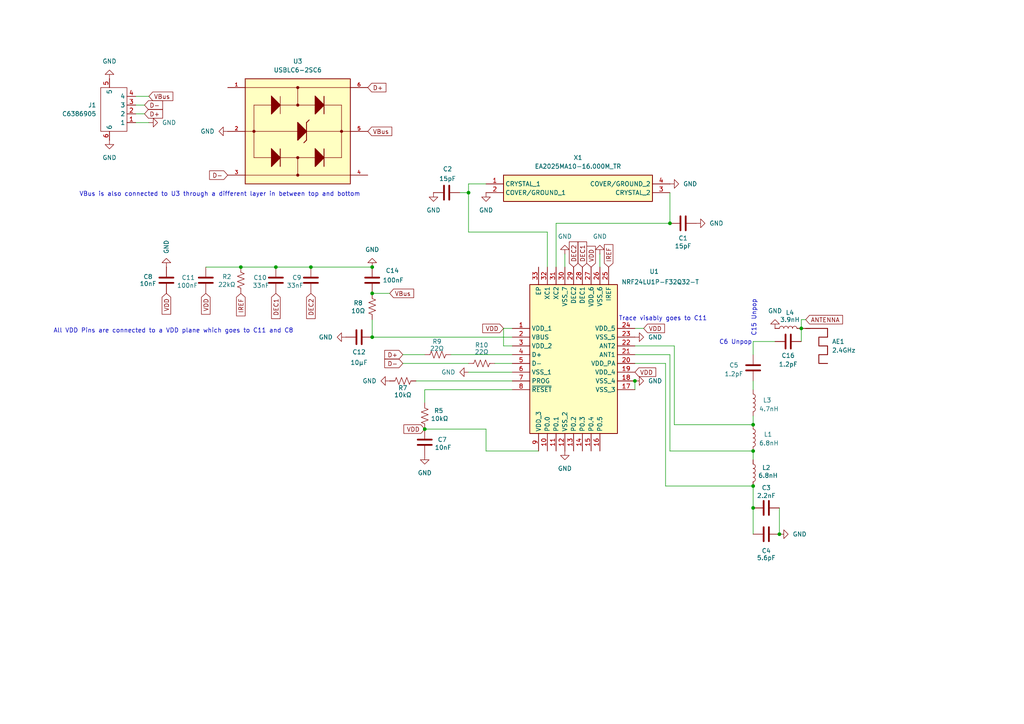
<source format=kicad_sch>
(kicad_sch (version 20231120) (generator "eeschema") (generator_version "8.0")
  (paper "A4")
  (title_block (title "Lambda Dongle") (date "2025-06-16") (rev "REV-1.0") (comment 1 "Reverse engineered from existing dongle while relying on the datasheet."))
  (lib_symbols
    (symbol "Device:Antenna" (pin_numbers hide) (pin_names (offset 1.016) hide)
      (property "Reference" "AE1" (at 9.906 -3.048 0))
      (property "Value" "Antenna" (at 8.382 -6.35 0))
      (symbol "Antenna_0_1"
        (polyline (pts (xy 7.62 0) (xy 1.27 0)) (stroke (width 0.254)))
        (polyline (pts (xy 7.62 0) (xy 7.62 -2.54) (xy 5.08 -2.54) (xy 5.08 -5.08) (xy 7.62 -5.08) (xy 7.62 -7.62) (xy 5.08 -7.62) (xy 5.08 -10.16) (xy 7.62 -10.16)) (stroke (width 0.254)))
      )
      (symbol "Antenna_1_1"
        (pin input line (at 0 0 0) (length 2.54) (name "A") (number "1"))
      )
    )
    (symbol "Device:C" (pin_numbers hide) (pin_names (offset 0.254))
      (property "Reference" "C" (at 0.635 2.54 0))
      (property "Value" "C" (at 0.635 -2.54 0))
      (symbol "C_0_1"
        (polyline (pts (xy -2.032 -0.762) (xy 2.032 -0.762)) (stroke (width 0.508)))
        (polyline (pts (xy -2.032 0.762) (xy 2.032 0.762)) (stroke (width 0.508)))
      )
      (symbol "C_1_1"
        (pin passive line (at 0 3.81 270) (length 2.794) (name "~") (number "1"))
        (pin passive line (at 0 -3.81 90) (length 2.794) (name "~") (number "2"))
      )
    )
    (symbol "Device:L" (pin_numbers hide) (pin_names (offset 1.016) hide)
      (property "Reference" "L" (at -1.27 0 90))
      (property "Value" "L" (at 1.905 0 90))
      (symbol "L_0_1"
        (arc (start 0 -2.54) (mid 0.6323 -1.905) (end 0 -1.27))
        (arc (start 0 -1.27) (mid 0.6323 -0.635) (end 0 0))
        (arc (start 0 0) (mid 0.6323 0.635) (end 0 1.27))
        (arc (start 0 1.27) (mid 0.6323 1.905) (end 0 2.54))
      )
      (symbol "L_1_1"
        (pin passive line (at 0 3.81 270) (length 1.27) (name "1") (number "1"))
        (pin passive line (at 0 -3.81 90) (length 1.27) (name "2") (number "2"))
      )
    )
    (symbol "Device:R_US" (pin_numbers hide) (pin_names (offset 0))
      (property "Reference" "R" (at 2.54 0 90))
      (property "Value" "R_US" (at -2.54 0 90))
      (symbol "R_US_0_1"
        (polyline (pts (xy 0 -2.286) (xy 0 -2.54)))
        (polyline (pts (xy 0 2.286) (xy 0 2.54)))
        (polyline (pts (xy 0 -0.762) (xy 1.016 -1.143) (xy 0 -1.524) (xy -1.016 -1.905) (xy 0 -2.286)))
        (polyline (pts (xy 0 0.762) (xy 1.016 0.381) (xy 0 0) (xy -1.016 -0.381) (xy 0 -0.762)))
        (polyline (pts (xy 0 2.286) (xy 1.016 1.905) (xy 0 1.524) (xy -1.016 1.143) (xy 0 0.762)))
      )
      (symbol "R_US_1_1"
        (pin passive line (at 0 3.81 270) (length 1.27) (name "~") (number "1"))
        (pin passive line (at 0 -3.81 90) (length 1.27) (name "~") (number "2"))
      )
    )
    (symbol "power:GND" (power) (pin_numbers hide) (pin_names (offset 0) hide)
      (property "Value" "GND" (at 0 -3.81 0))
      (symbol "GND_0_1"
        (polyline (pts (xy 0 0) (xy 0 -1.27) (xy 1.27 -1.27) (xy 0 -2.54) (xy -1.27 -1.27) (xy 0 -1.27)))
      )
      (symbol "GND_1_1"
        (pin power_in line (at 0 0 270) (length 0) (name "~") (number "1"))
      )
    )
    (symbol "steam_dongle:AM_90°YC"
      (property "Reference" "J" (at -5.334 0.254 0))
      (property "Value" " C6386905" (at 16.764 -25.654 0))
      (symbol "AM_90°YC_0_1"
        (rectangle (start -5.08 -2.54) (end 2.54 -15.24))
      )
      (symbol "AM_90°YC_1_1"
        (text private "AM 90°YC - USB-A 2.0" (at -0.762 -25.4 0) (effects (font (size 1.27 1.27))))
        (text private "https://jlcpcb.com/partdetail/SHOUHAN-AM_90YC/C6386905" (at 0.762 -28.448 0) (effects (font (size 1.27 1.27))))
        (pin input line (at -7.62 -5.08 0) (length 2.54) (name "1") (number "1"))
        (pin input line (at -7.62 -7.62 0) (length 2.54) (name "2") (number "2"))
        (pin input line (at -7.62 -10.16 0) (length 2.54) (name "3") (number "3"))
        (pin input line (at -7.62 -12.7 0) (length 2.54) (name "4") (number "4"))
        (pin input line (at 0 -17.78 90) (length 2.54) (name "5") (number "5"))
        (pin input line (at 0 0 270) (length 2.54) (name "6") (number "6"))
      )
    )
    (symbol "steam_dongle:EA2025MA10-16.000M_TR"
      (property "Reference" "X" (at 49.53 7.62 0))
      (property "Value" "EA2025MA10-16.000M_TR" (at 49.53 5.08 0))
      (symbol "EA2025MA10-16.000M_TR_1_1"
        (rectangle (start 5.08 2.54) (end 48.26 -5.08) (stroke (width 0.254)) (fill (type background)))
        (pin passive line (at 0 0 0) (length 5.08) (name "CRYSTAL_1") (number "1"))
        (pin passive line (at 0 -2.54 0) (length 5.08) (name "COVER/GROUND_1") (number "2"))
        (pin passive line (at 53.34 -2.54 180) (length 5.08) (name "CRYSTAL_2") (number "3"))
        (pin passive line (at 53.34 0 180) (length 5.08) (name "COVER/GROUND_2") (number "4"))
      )
    )
    (symbol "steam_dongle:NRF24LU1P-F32Q32-T"
      (property "Reference" "IC" (at 31.75 17.78 0))
      (property "Value" "NRF24LU1P-F32Q32-T" (at 31.75 15.24 0))
      (symbol "NRF24LU1P-F32Q32-T_1_1"
        (rectangle (start 5.08 12.7) (end 30.48 -30.48) (stroke (width 0.254)) (fill (type background)))
        (pin passive line (at 0 0 0) (length 5.08) (name "VDD_1") (number "1"))
        (pin passive line (at 10.16 -35.56 90) (length 5.08) (name "P0.0") (number "10"))
        (pin passive line (at 12.7 -35.56 90) (length 5.08) (name "P0.1") (number "11"))
        (pin passive line (at 15.24 -35.56 90) (length 5.08) (name "VSS_2") (number "12"))
        (pin passive line (at 17.78 -35.56 90) (length 5.08) (name "P0.2") (number "13"))
        (pin passive line (at 20.32 -35.56 90) (length 5.08) (name "P0.3") (number "14"))
        (pin passive line (at 22.86 -35.56 90) (length 5.08) (name "P0.4") (number "15"))
        (pin passive line (at 25.4 -35.56 90) (length 5.08) (name "P0.5") (number "16"))
        (pin passive line (at 35.56 -17.78 180) (length 5.08) (name "VSS_3") (number "17"))
        (pin passive line (at 35.56 -15.24 180) (length 5.08) (name "VSS_4") (number "18"))
        (pin passive line (at 35.56 -12.7 180) (length 5.08) (name "VDD_4") (number "19"))
        (pin passive line (at 0 -2.54 0) (length 5.08) (name "VBUS") (number "2"))
        (pin passive line (at 35.56 -10.16 180) (length 5.08) (name "VDD_PA") (number "20"))
        (pin passive line (at 35.56 -7.62 180) (length 5.08) (name "ANT1") (number "21"))
        (pin passive line (at 35.56 -5.08 180) (length 5.08) (name "ANT2") (number "22"))
        (pin passive line (at 35.56 -2.54 180) (length 5.08) (name "VSS_5") (number "23"))
        (pin passive line (at 35.56 0 180) (length 5.08) (name "VDD_5") (number "24"))
        (pin passive line (at 27.94 17.78 270) (length 5.08) (name "IREF") (number "25"))
        (pin passive line (at 25.4 17.78 270) (length 5.08) (name "VSS_6") (number "26"))
        (pin passive line (at 22.86 17.78 270) (length 5.08) (name "VDD_6") (number "27"))
        (pin passive line (at 20.32 17.78 270) (length 5.08) (name "DEC1") (number "28"))
        (pin passive line (at 17.78 17.78 270) (length 5.08) (name "DEC2") (number "29"))
        (pin passive line (at 0 -5.08 0) (length 5.08) (name "VDD_2") (number "3"))
        (pin passive line (at 15.24 17.78 270) (length 5.08) (name "VSS_7") (number "30"))
        (pin passive line (at 12.7 17.78 270) (length 5.08) (name "XC2") (number "31"))
        (pin passive line (at 10.16 17.78 270) (length 5.08) (name "XC1") (number "32"))
        (pin passive line (at 7.62 17.78 270) (length 5.08) (name "EP") (number "33"))
        (pin passive line (at 0 -7.62 0) (length 5.08) (name "D+") (number "4"))
        (pin passive line (at 0 -10.16 0) (length 5.08) (name "D-") (number "5"))
        (pin passive line (at 0 -12.7 0) (length 5.08) (name "VSS_1") (number "6"))
        (pin passive line (at 0 -15.24 0) (length 5.08) (name "PROG") (number "7"))
        (pin passive line (at 0 -17.78 0) (length 5.08) (name "~{RESET}") (number "8"))
        (pin passive line (at 7.62 -35.56 90) (length 5.08) (name "VDD_3") (number "9"))
      )
    )
    (symbol "steam_dongle:USBLC6-2SC6" (pin_names (offset 1.016))
      (property "Reference" "U" (at -15.2693 17.8093 0))
      (property "Value" "USBLC6-2SC6" (at -15.2559 -17.7959 0))
      (symbol "USBLC6-2SC6_0_0"
        (rectangle (start -15.24 -15.24) (end 15.24 15.24) (stroke (width 0.254)) (fill (type background)))
        (circle (center -12.7 0) (radius 0.254) (stroke (width 0.381)))
        (circle (center 0 -12.7) (radius 0.254) (stroke (width 0.381)))
        (circle (center 0 -7.62) (radius 0.254) (stroke (width 0.381)))
        (polyline (pts (xy -15.24 -12.7) (xy 15.24 -12.7)) (stroke (width 0.1524)))
        (polyline (pts (xy -15.24 12.7) (xy 15.24 12.7)) (stroke (width 0.1524)))
        (polyline (pts (xy -12.7 -7.62) (xy -7.62 -7.62)) (stroke (width 0.1524)))
        (polyline (pts (xy -12.7 0) (xy -15.24 0)) (stroke (width 0.1524)))
        (polyline (pts (xy -12.7 0) (xy -12.7 -7.62)) (stroke (width 0.1524)))
        (polyline (pts (xy -12.7 0) (xy 0 0)) (stroke (width 0.1524)))
        (polyline (pts (xy -12.7 7.62) (xy -12.7 0)) (stroke (width 0.1524)))
        (polyline (pts (xy -12.7 7.62) (xy -7.62 7.62)) (stroke (width 0.1524)))
        (polyline (pts (xy -7.62 -10.16) (xy -7.62 -7.62)) (stroke (width 0.254)))
        (polyline (pts (xy -7.62 -7.62) (xy -7.62 -5.08)) (stroke (width 0.254)))
        (polyline (pts (xy -7.62 -5.08) (xy -5.08 -7.62)) (stroke (width 0.254)))
        (polyline (pts (xy -7.62 5.08) (xy -7.62 7.62)) (stroke (width 0.254)))
        (polyline (pts (xy -7.62 7.62) (xy -7.62 10.16)) (stroke (width 0.254)))
        (polyline (pts (xy -7.62 10.16) (xy -5.08 7.62)) (stroke (width 0.254)))
        (polyline (pts (xy -5.08 -7.62) (xy -7.62 -10.16)) (stroke (width 0.254)))
        (polyline (pts (xy -5.08 -7.62) (xy -5.08 -10.16)) (stroke (width 0.254)))
        (polyline (pts (xy -5.08 -7.62) (xy 0 -7.62)) (stroke (width 0.1524)))
        (polyline (pts (xy -5.08 -5.08) (xy -5.08 -7.62)) (stroke (width 0.254)))
        (polyline (pts (xy -5.08 7.62) (xy -7.62 5.08)) (stroke (width 0.254)))
        (polyline (pts (xy -5.08 7.62) (xy -5.08 5.08)) (stroke (width 0.1524)))
        (polyline (pts (xy -5.08 7.62) (xy 0 7.62)) (stroke (width 0.1524)))
        (polyline (pts (xy -5.08 10.16) (xy -5.08 7.62)) (stroke (width 0.1524)))
        (polyline (pts (xy 0 -7.62) (xy 0 -12.7)) (stroke (width 0.1524)))
        (polyline (pts (xy 0 -7.62) (xy 5.08 -7.62)) (stroke (width 0.1524)))
        (polyline (pts (xy 0 -2.54) (xy 0 0)) (stroke (width 0.254)))
        (polyline (pts (xy 0 0) (xy 0 2.54)) (stroke (width 0.254)))
        (polyline (pts (xy 0 2.54) (xy 2.54 0)) (stroke (width 0.254)))
        (polyline (pts (xy 0 7.62) (xy 0 12.7)) (stroke (width 0.1524)))
        (polyline (pts (xy 0 7.62) (xy 5.08 7.62)) (stroke (width 0.1524)))
        (polyline (pts (xy 2.54 -2.54) (xy 1.778 -3.302)) (stroke (width 0.254)))
        (polyline (pts (xy 2.54 0) (xy 0 -2.54)) (stroke (width 0.254)))
        (polyline (pts (xy 2.54 0) (xy 12.7 0)) (stroke (width 0.1524)))
        (polyline (pts (xy 2.54 2.54) (xy 2.54 -2.54)) (stroke (width 0.254)))
        (polyline (pts (xy 2.54 2.54) (xy 3.302 3.302)) (stroke (width 0.254)))
        (polyline (pts (xy 5.08 -10.16) (xy 5.08 -7.62)) (stroke (width 0.254)))
        (polyline (pts (xy 5.08 -7.62) (xy 5.08 -5.08)) (stroke (width 0.254)))
        (polyline (pts (xy 5.08 -5.08) (xy 7.62 -7.62)) (stroke (width 0.254)))
        (polyline (pts (xy 5.08 5.08) (xy 5.08 7.62)) (stroke (width 0.254)))
        (polyline (pts (xy 5.08 7.62) (xy 5.08 10.16)) (stroke (width 0.254)))
        (polyline (pts (xy 5.08 10.16) (xy 7.62 7.62)) (stroke (width 0.254)))
        (polyline (pts (xy 7.62 -7.62) (xy 5.08 -10.16)) (stroke (width 0.254)))
        (polyline (pts (xy 7.62 -7.62) (xy 7.62 -10.16)) (stroke (width 0.254)))
        (polyline (pts (xy 7.62 -7.62) (xy 12.7 -7.62)) (stroke (width 0.1524)))
        (polyline (pts (xy 7.62 -5.08) (xy 7.62 -7.62)) (stroke (width 0.254)))
        (polyline (pts (xy 7.62 7.62) (xy 5.08 5.08)) (stroke (width 0.254)))
        (polyline (pts (xy 7.62 7.62) (xy 7.62 5.08)) (stroke (width 0.254)))
        (polyline (pts (xy 7.62 7.62) (xy 12.7 7.62)) (stroke (width 0.1524)))
        (polyline (pts (xy 7.62 10.16) (xy 7.62 7.62)) (stroke (width 0.254)))
        (polyline (pts (xy 12.7 0) (xy 12.7 -7.62)) (stroke (width 0.1524)))
        (polyline (pts (xy 12.7 0) (xy 15.24 0)) (stroke (width 0.1524)))
        (polyline (pts (xy 12.7 7.62) (xy 12.7 0)) (stroke (width 0.1524)))
        (polyline (pts (xy -7.62 -5.08) (xy -7.62 -10.16) (xy -5.08 -7.62) (xy -7.62 -5.08)) (stroke (width 0.254)) (fill (type outline)))
        (polyline (pts (xy -7.62 10.16) (xy -7.62 5.08) (xy -5.08 7.62) (xy -7.62 10.16)) (stroke (width 0.254)) (fill (type outline)))
        (polyline (pts (xy 0 2.54) (xy 0 -2.54) (xy 2.54 0) (xy 0 2.54)) (stroke (width 0.254)) (fill (type outline)))
        (polyline (pts (xy 5.08 -5.08) (xy 5.08 -10.16) (xy 7.62 -7.62) (xy 5.08 -5.08)) (stroke (width 0.254)) (fill (type outline)))
        (polyline (pts (xy 5.08 10.16) (xy 5.08 5.08) (xy 7.62 7.62) (xy 5.08 10.16)) (stroke (width 0.254)) (fill (type outline)))
        (circle (center 0 7.62) (radius 0.254) (stroke (width 0.381)))
        (circle (center 0 12.7) (radius 0.254) (stroke (width 0.381)))
        (circle (center 12.7 0) (radius 0.254) (stroke (width 0.381)))
        (pin bidirectional line (at -20.32 12.7 0) (length 5.08) (name "~") (number "1"))
        (pin power_in line (at -20.32 0 0) (length 5.08) (name "~") (number "2"))
        (pin bidirectional line (at -20.32 -12.7 0) (length 5.08) (name "~") (number "3"))
        (pin bidirectional line (at 20.32 -12.7 180) (length 5.08) (name "~") (number "4"))
        (pin power_in line (at 20.32 0 180) (length 5.08) (name "~") (number "5"))
        (pin bidirectional line (at 20.32 12.7 180) (length 5.08) (name "~") (number "6"))
      )
    )
  )
  (junction (at 232.41 95.25))
  (junction (at 218.44 147.32))
  (junction (at 226.06 154.94))
  (junction (at 107.95 85.09))
  (junction (at 218.44 123.19))
  (junction (at 123.19 124.46))
  (junction (at 107.95 97.79))
  (junction (at 80.01 77.47))
  (junction (at 90.17 77.47))
  (junction (at 218.44 140.97))
  (junction (at 218.44 130.81))
  (junction (at 194.31 64.77))
  (junction (at 69.85 77.47))
  (junction (at 107.95 77.47))
  (junction (at 135.89 55.88))
  (junction (at 184.15 110.49))
  (wire (pts (xy 39.37 30.48) (xy 41.91 30.48)))
  (wire (pts (xy 146.05 95.25) (xy 148.59 95.25)))
  (wire (pts (xy 39.37 35.56) (xy 43.18 35.56)))
  (wire (pts (xy 143.51 105.41) (xy 148.59 105.41)))
  (wire (pts (xy 184.15 100.33) (xy 195.58 100.33)))
  (wire (pts (xy 218.44 120.65) (xy 218.44 123.19)))
  (wire (pts (xy 195.58 123.19) (xy 218.44 123.19)))
  (wire (pts (xy 193.04 140.97) (xy 218.44 140.97)))
  (wire (pts (xy 107.95 92.71) (xy 107.95 97.79)))
  (wire (pts (xy 218.44 147.32) (xy 218.44 154.94)))
  (wire (pts (xy 226.06 147.32) (xy 226.06 154.94)))
  (wire (pts (xy 130.81 102.87) (xy 148.59 102.87)))
  (wire (pts (xy 120.65 110.49) (xy 148.59 110.49)))
  (wire (pts (xy 39.37 33.02) (xy 41.91 33.02)))
  (wire (pts (xy 135.89 53.34) (xy 140.97 53.34)))
  (wire (pts (xy 218.44 99.06) (xy 218.44 102.87)))
  (wire (pts (xy 158.75 67.31) (xy 135.89 67.31)))
  (wire (pts (xy 218.44 110.49) (xy 218.44 113.03)))
  (wire (pts (xy 107.95 97.79) (xy 148.59 97.79)))
  (wire (pts (xy 184.15 110.49) (xy 184.15 113.03)))
  (wire (pts (xy 163.83 73.66) (xy 163.83 77.47)))
  (wire (pts (xy 135.89 107.95) (xy 148.59 107.95)))
  (wire (pts (xy 148.59 100.33) (xy 146.05 100.33)))
  (wire (pts (xy 194.31 55.88) (xy 194.31 64.77)))
  (wire (pts (xy 218.44 130.81) (xy 218.44 133.35)))
  (wire (pts (xy 135.89 55.88) (xy 135.89 53.34)))
  (wire (pts (xy 107.95 85.09) (xy 113.03 85.09)))
  (wire (pts (xy 158.75 77.47) (xy 158.75 67.31)))
  (wire (pts (xy 146.05 100.33) (xy 146.05 95.25)))
  (wire (pts (xy 184.15 105.41) (xy 193.04 105.41)))
  (wire (pts (xy 193.04 105.41) (xy 193.04 140.97)))
  (wire (pts (xy 59.69 77.47) (xy 69.85 77.47)))
  (wire (pts (xy 123.19 124.46) (xy 140.97 124.46)))
  (wire (pts (xy 69.85 77.47) (xy 80.01 77.47)))
  (wire (pts (xy 184.15 95.25) (xy 186.69 95.25)))
  (wire (pts (xy 218.44 140.97) (xy 218.44 147.32)))
  (wire (pts (xy 194.31 130.81) (xy 218.44 130.81)))
  (wire (pts (xy 135.89 67.31) (xy 135.89 55.88)))
  (wire (pts (xy 123.19 113.03) (xy 123.19 116.84)))
  (wire (pts (xy 232.41 92.71) (xy 233.68 92.71)))
  (wire (pts (xy 133.35 55.88) (xy 135.89 55.88)))
  (wire (pts (xy 148.59 113.03) (xy 123.19 113.03)))
  (wire (pts (xy 184.15 102.87) (xy 194.31 102.87)))
  (wire (pts (xy 116.84 102.87) (xy 123.19 102.87)))
  (wire (pts (xy 195.58 100.33) (xy 195.58 123.19)))
  (wire (pts (xy 194.31 102.87) (xy 194.31 130.81)))
  (wire (pts (xy 232.41 95.25) (xy 232.41 99.06)))
  (wire (pts (xy 90.17 77.47) (xy 107.95 77.47)))
  (wire (pts (xy 140.97 130.81) (xy 140.97 124.46)))
  (wire (pts (xy 232.41 95.25) (xy 232.41 92.71)))
  (wire (pts (xy 156.21 130.81) (xy 140.97 130.81)))
  (wire (pts (xy 194.31 64.77) (xy 161.29 64.77)))
  (wire (pts (xy 224.79 99.06) (xy 218.44 99.06)))
  (wire (pts (xy 39.37 27.94) (xy 43.18 27.94)))
  (wire (pts (xy 80.01 77.47) (xy 90.17 77.47)))
  (wire (pts (xy 116.84 105.41) (xy 135.89 105.41)))
  (wire (pts (xy 173.99 73.66) (xy 173.99 77.47)))
  (wire (pts (xy 161.29 64.77) (xy 161.29 77.47)))
  (text "C6 Unpop" (at 213.36 99.314 0) (effects (font (size 1.27 1.27))))
  (text "C15 Unpop" (at 218.694 92.202 90) (effects (font (size 1.27 1.27))))
  (text "Trace visably goes to C11" (at 192.278 92.456 0) (effects (font (size 1.27 1.27))))
  (text "All VDD Pins are connected to a VDD plane which goes to C11 and C8\n" (at 50.292 96.012 0) (effects (font (size 1.27 1.27))))
  (text "VBus is also connected to U3 through a different layer in between top and bottom" (at 63.754 56.388 0) (effects (font (size 1.27 1.27))))
  (global_label "DEC2" (shape input) (at 166.37 77.47 90) (property "Intersheetrefs" "${INTERSHEET_REFS}" (effects (hide yes))))
  (global_label "D+" (shape input) (at 106.68 25.4 0) (property "Intersheetrefs" "${INTERSHEET_REFS}" (effects (hide yes))))
  (global_label "IREF" (shape input) (at 176.53 77.47 90) (property "Intersheetrefs" "${INTERSHEET_REFS}" (effects (hide yes))))
  (global_label "VDD" (shape input) (at 171.45 77.47 90) (property "Intersheetrefs" "${INTERSHEET_REFS}" (effects (hide yes))))
  (global_label "D-" (shape input) (at 116.84 105.41 180) (property "Intersheetrefs" "${INTERSHEET_REFS}" (effects (hide yes))))
  (global_label "VDD" (shape input) (at 48.26 85.09 270) (property "Intersheetrefs" "${INTERSHEET_REFS}" (effects (hide yes))))
  (global_label "VBus" (shape input) (at 43.18 27.94 0) (property "Intersheetrefs" "${INTERSHEET_REFS}" (effects (hide yes))))
  (global_label "DEC1" (shape input) (at 80.01 85.09 270) (property "Intersheetrefs" "${INTERSHEET_REFS}" (effects (hide yes))))
  (global_label "VDD" (shape input) (at 184.15 107.95 0) (property "Intersheetrefs" "${INTERSHEET_REFS}" (effects (hide yes))))
  (global_label "VDD" (shape input) (at 186.69 95.25 0) (property "Intersheetrefs" "${INTERSHEET_REFS}" (effects (hide yes))))
  (global_label "DEC2" (shape input) (at 90.17 85.09 270) (property "Intersheetrefs" "${INTERSHEET_REFS}" (effects (hide yes))))
  (global_label "VDD" (shape input) (at 59.69 85.09 270) (property "Intersheetrefs" "${INTERSHEET_REFS}" (effects (hide yes))))
  (global_label "D-" (shape input) (at 66.04 50.8 180) (property "Intersheetrefs" "${INTERSHEET_REFS}" (effects (hide yes))))
  (global_label "D+" (shape input) (at 116.84 102.87 180) (property "Intersheetrefs" "${INTERSHEET_REFS}" (effects (hide yes))))
  (global_label "VBus" (shape input) (at 113.03 85.09 0) (property "Intersheetrefs" "${INTERSHEET_REFS}" (effects (hide yes))))
  (global_label "IREF" (shape input) (at 69.85 85.09 270) (property "Intersheetrefs" "${INTERSHEET_REFS}" (effects (hide yes))))
  (global_label "VBus" (shape input) (at 106.68 38.1 0) (property "Intersheetrefs" "${INTERSHEET_REFS}" (effects (hide yes))))
  (global_label "DEC1" (shape input) (at 168.91 77.47 90) (property "Intersheetrefs" "${INTERSHEET_REFS}" (effects (hide yes))))
  (global_label "VDD" (shape input) (at 146.05 95.25 180) (property "Intersheetrefs" "${INTERSHEET_REFS}" (effects (hide yes))))
  (global_label "ANTENNA" (shape input) (at 233.68 92.71 0) (property "Intersheetrefs" "${INTERSHEET_REFS}" (effects (hide yes))))
  (global_label "D+" (shape input) (at 41.91 33.02 0) (property "Intersheetrefs" "${INTERSHEET_REFS}" (effects (hide yes))))
  (global_label "D-" (shape input) (at 41.91 30.48 0) (property "Intersheetrefs" "${INTERSHEET_REFS}" (effects (hide yes))))
  (global_label "VDD" (shape input) (at 123.19 124.46 180) (property "Intersheetrefs" "${INTERSHEET_REFS}" (effects (hide yes))))
  (symbol (lib_id "power:GND") (at 107.95 77.47 180) (unit 1)
    (property "Reference" "#PWR8" (effects (hide yes)))
    (property "Value" "GND" (at 107.95 72.39 0))
    (property "Description" "Power symbol creates a global label with name \"GND\" , ground" (effects (hide yes)))
  )
  (symbol (lib_id "power:GND") (at 123.19 132.08 0) (unit 1)
    (property "Reference" "#PWR4" (effects (hide yes)))
    (property "Value" "GND" (at 123.19 137.16 0))
    (property "Description" "Power symbol creates a global label with name \"GND\" , ground" (effects (hide yes)))
  )
  (symbol (lib_id "Device:C") (at 228.6 99.06 270) (unit 1)
    (property "Reference" "C16" (at 228.6 103.124 90))
    (property "Value" "1.2pF" (at 228.6 105.664 90))
    (property "Footprint" "Capacitor_SMD:C_0402_1005Metric" (effects (hide yes)))
    (property "Description" "Unpolarized capacitor" (effects (hide yes)))
  )
  (symbol (lib_id "power:GND") (at 125.73 55.88 0) (unit 1)
    (property "Reference" "#PWR19" (effects (hide yes)))
    (property "Value" "GND" (at 125.73 60.96 0))
    (property "Description" "Power symbol creates a global label with name \"GND\" , ground" (effects (hide yes)))
  )
  (symbol (lib_id "Device:C") (at 104.14 97.79 90) (unit 1)
    (property "Reference" "C12" (at 104.14 102.108 90))
    (property "Value" "10µF" (at 104.14 105.156 90))
    (property "Footprint" "Capacitor_SMD:C_0402_1005Metric" (effects (hide yes)))
    (property "Description" "Unpolarized capacitor" (effects (hide yes)))
  )
  (symbol (lib_id "power:GND") (at 31.75 40.64 0) (unit 1)
    (property "Reference" "#PWR1" (effects (hide yes)))
    (property "Value" "GND" (at 31.75 45.72 0))
    (property "Description" "Power symbol creates a global label with name \"GND\" , ground" (effects (hide yes)))
  )
  (symbol (lib_id "steam_dongle:USBLC6-2SC6") (at 86.36 38.1 0) (unit 1)
    (property "Reference" "U3" (at 86.36 17.78 0))
    (property "Value" "USBLC6-2SC6" (at 86.36 20.32 0))
    (property "Footprint" "steam_dogfoot:SOT95P280X145-6N" (effects (hide yes)))
    (property "MF" "STMicroelectronics" (effects (hide yes)))
    (property "PURCHASE-URL" "https://pricing.snapeda.com/search/part/USBLC6-2SC6/?ref=eda" (effects (hide yes)))
    (property "PACKAGE" "SOT-23-6 STMicroelectronics" (effects (hide yes)))
    (property "PRICE" "None" (effects (hide yes)))
    (property "MP" "USBLC6-2SC6" (effects (hide yes)))
    (property "AVAILABILITY" "In Stock" (effects (hide yes)))
    (property "DESCRIPTION" "17V Clamp 5A (8/20µs) Ipp Tvs Diode Surface Mount SOT-23-6" (effects (hide yes)))
    (property "LCSC PN" "C7519" (effects (hide yes)))
  )
  (symbol (lib_id "Device:L") (at 218.44 137.16 0) (unit 1)
    (property "Reference" "L2" (at 222.25 135.636 0))
    (property "Value" "6.8nH" (at 222.758 137.922 0))
    (property "Footprint" "Inductor_SMD:L_0402_1005Metric" (effects (hide yes)))
    (property "Description" "Inductor" (effects (hide yes)))
  )
  (symbol (lib_id "Device:C") (at 80.01 81.28 180) (unit 1)
    (property "Reference" "C10" (at 75.438 80.518 0))
    (property "Value" "33nF" (at 75.692 82.804 0))
    (property "Footprint" "Capacitor_SMD:C_0201_0603Metric" (effects (hide yes)))
    (property "Description" "Unpolarized capacitor" (effects (hide yes)))
  )
  (symbol (lib_id "Device:C") (at 123.19 128.27 0) (unit 1)
    (property "Reference" "C7" (at 128.27 127.508 0))
    (property "Value" "10nF" (at 128.524 129.794 0))
    (property "Footprint" "Capacitor_SMD:C_0201_0603Metric" (effects (hide yes)))
    (property "Description" "Unpolarized capacitor" (effects (hide yes)))
  )
  (symbol (lib_id "power:GND") (at 201.93 64.77 90) (unit 1)
    (property "Reference" "#PWR18" (effects (hide yes)))
    (property "Value" "GND" (at 205.74 64.7699 90) (effects (justify right)))
    (property "Description" "Power symbol creates a global label with name \"GND\" , ground" (effects (hide yes)))
  )
  (symbol (lib_id "Device:L") (at 218.44 127 0) (unit 1)
    (property "Reference" "L1" (at 222.758 125.984 0))
    (property "Value" "6.8nH" (at 223.012 128.524 0))
    (property "Footprint" "Inductor_SMD:L_0402_1005Metric" (effects (hide yes)))
    (property "Description" "Inductor" (effects (hide yes)))
  )
  (symbol (lib_id "Device:C") (at 107.95 81.28 180) (unit 1)
    (property "Reference" "C14" (at 113.792 78.486 0))
    (property "Value" "100nF" (at 114.046 81.28 0))
    (property "Footprint" "Capacitor_SMD:C_0201_0603Metric" (effects (hide yes)))
    (property "Description" "Unpolarized capacitor" (effects (hide yes)))
  )
  (symbol (lib_id "steam_dongle:NRF24LU1P-F32Q32-T") (at 148.59 95.25 0) (unit 1)
    (property "Reference" "U1" (at 189.738 78.74 0))
    (property "Value" "NRF24LU1P-F32Q32-T" (at 191.516 81.788 0))
    (property "Footprint" "steam_dogfoot:QFN50P500X500X95-33N-D" (effects (hide yes)))
    (property "Datasheet" "https://componentsearchengine.com/Datasheets/1/nRF24LU1P-F32Q32-T.pdf" (effects (hide yes)))
    (property "Description" "Nordic Semiconductor NRF24LU1P-F32Q32-T, 8 bit System On Chip SOC for Compact USB Dongles for Wireless Peripherals," (effects (hide yes)))
    (property "Height" "0.95" (effects (hide yes)))
    (property "Mouser Part Number" "949-NRF24LU1PF3232T" (effects (hide yes)))
    (property "Mouser Price/Stock" "https://www.mouser.co.uk/ProductDetail/Nordic-Semiconductor/nRF24LU1P-F32Q32-T?qs=yd0qOhnSiDcwp9bBOHQXig%3D%3D" (effects (hide yes)))
    (property "Manufacturer_Name" "Nordic Semiconductor" (effects (hide yes)))
    (property "Manufacturer_Part_Number" "NRF24LU1P-F32Q32-T" (effects (hide yes)))
    (property "LCSC PN" "C545245" (effects (hide yes)))
  )
  (symbol (lib_id "Device:Antenna") (at 232.41 95.25 0) (unit 1) (in_bom no)
    (property "Reference" "AE1" (at 241.3 99.0599 0) (effects (justify left)))
    (property "Value" "2.4GHz" (at 241.3 101.5999 0) (effects (justify left)))
    (property "Footprint" "steam_dogfoot:dongle_2.4GHz" (effects (hide yes)))
    (property "Description" "Antenna" (effects (hide yes)))
  )
  (symbol (lib_id "power:GND") (at 184.15 97.79 90) (unit 1)
    (property "Reference" "#PWR11" (effects (hide yes)))
    (property "Value" "GND" (at 187.96 97.7899 90) (effects (justify right)))
    (property "Description" "Power symbol creates a global label with name \"GND\" , ground" (effects (hide yes)))
  )
  (symbol (lib_id "Device:R_US") (at 127 102.87 90) (unit 1)
    (property "Reference" "R9" (at 126.746 99.06 90))
    (property "Value" "22Ω" (at 126.746 101.092 90))
    (property "Footprint" "Resistor_SMD:R_0201_0603Metric" (effects (hide yes)))
    (property "Description" "Resistor, US symbol" (effects (hide yes)))
  )
  (symbol (lib_id "steam_dongle:EA2025MA10-16.000M_TR") (at 140.97 53.34 0) (unit 1)
    (property "Reference" "X1" (at 167.64 45.72 0))
    (property "Value" "EA2025MA10-16.000M_TR" (at 167.64 48.26 0))
    (property "Footprint" "steam_dogfoot:EA2025MA1016000MTR" (effects (hide yes)))
    (property "Datasheet" "https://abracon.com/datasheets/Ecliptek/EA2025.pdf" (effects (hide yes)))
    (property "Description" "16 MHz +/-15ppm Crystal 8pF 80 Ohms 4-SMD, No Lead -40C +85C" (effects (hide yes)))
    (property "Height" "0.65" (effects (hide yes)))
    (property "Manufacturer_Name" "ABRACON" (effects (hide yes)))
    (property "Manufacturer_Part_Number" "EA2025MA10-16.000M TR" (effects (hide yes)))
    (property "LCSC PN" "C5725838" (effects (hide yes)))
  )
  (symbol (lib_id "Device:L") (at 218.44 116.84 0) (unit 1)
    (property "Reference" "L3" (at 222.504 116.078 0))
    (property "Value" "4.7nH" (at 223.012 118.618 0))
    (property "Footprint" "Inductor_SMD:L_0402_1005Metric" (effects (hide yes)))
    (property "Description" "Inductor" (effects (hide yes)))
  )
  (symbol (lib_id "Device:C") (at 198.12 64.77 270) (unit 1)
    (property "Reference" "C1" (at 198.12 69.088 90))
    (property "Value" "15pF" (at 198.12 71.374 90))
    (property "Footprint" "Capacitor_SMD:C_0201_0603Metric" (effects (hide yes)))
    (property "Description" "Unpolarized capacitor" (effects (hide yes)))
  )
  (symbol (lib_id "Device:C") (at 48.26 81.28 180) (unit 1)
    (property "Reference" "C8" (at 42.926 80.264 0))
    (property "Value" "10nF" (at 42.926 82.296 0))
    (property "Footprint" "Capacitor_SMD:C_0201_0603Metric" (effects (hide yes)))
    (property "Description" "Unpolarized capacitor" (effects (hide yes)))
  )
  (symbol (lib_id "power:GND") (at 163.83 130.81 0) (unit 1)
    (property "Reference" "#PWR13" (effects (hide yes)))
    (property "Value" "GND" (at 163.83 135.89 0))
    (property "Description" "Power symbol creates a global label with name \"GND\" , ground" (effects (hide yes)))
  )
  (symbol (lib_id "power:GND") (at 140.97 55.88 0) (unit 1)
    (property "Reference" "#PWR20" (effects (hide yes)))
    (property "Value" "GND" (at 140.97 60.96 0))
    (property "Description" "Power symbol creates a global label with name \"GND\" , ground" (effects (hide yes)))
  )
  (symbol (lib_id "Device:C") (at 129.54 55.88 270) (unit 1)
    (property "Reference" "C2" (at 129.794 49.022 90))
    (property "Value" "15pF" (at 129.794 51.816 90))
    (property "Footprint" "Capacitor_SMD:C_0201_0603Metric" (effects (hide yes)))
    (property "Description" "Unpolarized capacitor" (effects (hide yes)))
  )
  (symbol (lib_id "Device:R_US") (at 139.7 105.41 90) (unit 1)
    (property "Reference" "R10" (at 139.7 100.076 90))
    (property "Value" "22Ω" (at 139.7 102.108 90))
    (property "Footprint" "Resistor_SMD:R_0201_0603Metric" (effects (hide yes)))
    (property "Description" "Resistor, US symbol" (effects (hide yes)))
  )
  (symbol (lib_id "power:GND") (at 48.26 77.47 180) (unit 1)
    (property "Reference" "#PWR14" (effects (hide yes)))
    (property "Value" "GND" (at 48.2601 73.66 90) (effects (justify right)))
    (property "Description" "Power symbol creates a global label with name \"GND\" , ground" (effects (hide yes)))
  )
  (symbol (lib_id "power:GND") (at 43.18 35.56 90) (unit 1)
    (property "Reference" "#PWR7" (effects (hide yes)))
    (property "Value" "GND" (at 46.99 35.5599 90) (effects (justify right)))
    (property "Description" "Power symbol creates a global label with name \"GND\" , ground" (effects (hide yes)))
  )
  (symbol (lib_id "power:GND") (at 194.31 53.34 90) (unit 1)
    (property "Reference" "#PWR17" (effects (hide yes)))
    (property "Value" "GND" (at 198.12 53.3399 90) (effects (justify right)))
    (property "Description" "Power symbol creates a global label with name \"GND\" , ground" (effects (hide yes)))
  )
  (symbol (lib_id "power:GND") (at 113.03 110.49 270) (unit 1)
    (property "Reference" "#PWR16" (effects (hide yes)))
    (property "Value" "GND" (at 109.22 110.4899 90) (effects (justify right)))
    (property "Description" "Power symbol creates a global label with name \"GND\" , ground" (effects (hide yes)))
  )
  (symbol (lib_id "Device:C") (at 59.69 81.28 180) (unit 1)
    (property "Reference" "C11" (at 54.61 80.518 0))
    (property "Value" "100nF" (at 54.356 82.804 0))
    (property "Footprint" "Capacitor_SMD:C_0201_0603Metric" (effects (hide yes)))
    (property "Description" "Unpolarized capacitor" (effects (hide yes)))
  )
  (symbol (lib_id "Device:R_US") (at 116.84 110.49 90) (unit 1)
    (property "Reference" "R7" (at 116.84 112.522 90))
    (property "Value" "10kΩ" (at 116.84 114.554 90))
    (property "Footprint" "Resistor_SMD:R_0201_0603Metric" (effects (hide yes)))
    (property "Description" "Resistor, US symbol" (effects (hide yes)))
  )
  (symbol (lib_id "Device:L") (at 228.6 95.25 90) (unit 1)
    (property "Reference" "L4" (at 229.108 90.678 90))
    (property "Value" "3.9nH" (at 229.108 92.71 90))
    (property "Footprint" "Inductor_SMD:L_0402_1005Metric" (effects (hide yes)))
    (property "Description" "Inductor" (effects (hide yes)))
  )
  (symbol (lib_id "power:GND") (at 66.04 38.1 270) (unit 1)
    (property "Reference" "#PWR5" (effects (hide yes)))
    (property "Value" "GND" (at 62.23 38.0999 90) (effects (justify right)))
    (property "Description" "Power symbol creates a global label with name \"GND\" , ground" (effects (hide yes)))
  )
  (symbol (lib_id "Device:R_US") (at 69.85 81.28 180) (unit 1)
    (property "Reference" "R2" (at 65.786 80.264 0))
    (property "Value" "22kΩ" (at 65.786 82.55 0))
    (property "Footprint" "Resistor_SMD:R_0201_0603Metric" (effects (hide yes)))
    (property "Description" "Resistor, US symbol" (effects (hide yes)))
  )
  (symbol (lib_id "power:GND") (at 163.83 73.66 180) (unit 1)
    (property "Reference" "#PWR21" (effects (hide yes)))
    (property "Value" "GND" (at 163.83 68.58 0))
    (property "Description" "Power symbol creates a global label with name \"GND\" , ground" (effects (hide yes)))
  )
  (symbol (lib_id "Device:C") (at 222.25 147.32 90) (unit 1)
    (property "Reference" "C3" (at 222.25 141.478 90))
    (property "Value" "2.2nF" (at 222.25 143.764 90))
    (property "Footprint" "Capacitor_SMD:C_0402_1005Metric" (effects (hide yes)))
    (property "Description" "Unpolarized capacitor" (effects (hide yes)))
  )
  (symbol (lib_id "power:GND") (at 100.33 97.79 270) (unit 1)
    (property "Reference" "#PWR6" (effects (hide yes)))
    (property "Value" "GND" (at 96.52 97.7899 90) (effects (justify right)))
    (property "Description" "Power symbol creates a global label with name \"GND\" , ground" (effects (hide yes)))
  )
  (symbol (lib_id "Device:C") (at 222.25 154.94 90) (unit 1)
    (property "Reference" "C4" (at 222.25 159.766 90))
    (property "Value" "5.6pF" (at 222.25 161.798 90))
    (property "Footprint" "Capacitor_SMD:C_0402_1005Metric" (effects (hide yes)))
    (property "Description" "Unpolarized capacitor" (effects (hide yes)))
    (property "LCSC PN" " C2224707" (effects (hide yes)))
  )
  (symbol (lib_id "power:GND") (at 31.75 22.86 180) (unit 1)
    (property "Reference" "#PWR2" (effects (hide yes)))
    (property "Value" "GND" (at 31.75 17.78 0))
    (property "Description" "Power symbol creates a global label with name \"GND\" , ground" (effects (hide yes)))
  )
  (symbol (lib_id "power:GND") (at 184.15 110.49 90) (unit 1)
    (property "Reference" "#PWR12" (effects (hide yes)))
    (property "Value" "GND" (at 187.96 110.4899 90) (effects (justify right)))
    (property "Description" "Power symbol creates a global label with name \"GND\" , ground" (effects (hide yes)))
  )
  (symbol (lib_id "Device:C") (at 90.17 81.28 180) (unit 1)
    (property "Reference" "C9" (at 86.106 80.518 0))
    (property "Value" "33nF" (at 85.598 82.804 0))
    (property "Footprint" "Capacitor_SMD:C_0201_0603Metric" (effects (hide yes)))
    (property "Description" "Unpolarized capacitor" (effects (hide yes)))
  )
  (symbol (lib_id "Device:R_US") (at 123.19 120.65 180) (unit 1)
    (property "Reference" "R5" (at 127.254 119.126 0))
    (property "Value" "10kΩ" (at 127.508 121.412 0))
    (property "Footprint" "Resistor_SMD:R_0201_0603Metric" (effects (hide yes)))
    (property "Description" "Resistor, US symbol" (effects (hide yes)))
  )
  (symbol (lib_id "power:GND") (at 226.06 154.94 90) (unit 1)
    (property "Reference" "#PWR15" (effects (hide yes)))
    (property "Value" "GND" (at 229.87 154.9399 90) (effects (justify right)))
    (property "Description" "Power symbol creates a global label with name \"GND\" , ground" (effects (hide yes)))
  )
  (symbol (lib_id "Device:R_US") (at 107.95 88.9 180) (unit 1)
    (property "Reference" "R8" (at 103.886 87.884 0))
    (property "Value" "10Ω" (at 103.886 90.17 0))
    (property "Footprint" "Resistor_SMD:R_0201_0603Metric" (effects (hide yes)))
    (property "Description" "Resistor, US symbol" (effects (hide yes)))
  )
  (symbol (lib_id "power:GND") (at 135.89 107.95 270) (unit 1)
    (property "Reference" "#PWR9" (effects (hide yes)))
    (property "Value" "GND" (at 132.08 107.9499 90) (effects (justify right)))
    (property "Description" "Power symbol creates a global label with name \"GND\" , ground" (effects (hide yes)))
  )
  (symbol (lib_id "steam_dongle:AM_90°YC") (at 31.75 40.64 180) (unit 1)
    (property "Reference" "J1" (at 27.94 30.4799 0) (effects (justify left)))
    (property "Value" "C6386905" (at 27.94 33.0199 0) (effects (justify left)))
    (property "Footprint" "steam_dogfoot:USB-A-SMD_AM-90-YC" (effects (hide yes)))
    (property "Datasheet" "https://jlcpcb.com/api/file/downloadByFileSystemAccessId/8603184227055910912" (effects (hide yes)))
    (property "Description" "https://jlcpcb.com/partdetail/SHOUHAN-AM_90YC/C6386905" (effects (hide yes)))
    (property "LCSC PN" "C6386905" (effects (hide yes)))
  )
  (symbol (lib_id "power:GND") (at 173.99 73.66 180) (unit 1)
    (property "Reference" "#PWR10" (effects (hide yes)))
    (property "Value" "GND" (at 173.99 68.58 0))
    (property "Description" "Power symbol creates a global label with name \"GND\" , ground" (effects (hide yes)))
  )
  (symbol (lib_id "power:GND") (at 224.79 95.25 180) (unit 1)
    (property "Reference" "#PWR3" (effects (hide yes)))
    (property "Value" "GND" (at 224.79 90.17 0))
    (property "Description" "Power symbol creates a global label with name \"GND\" , ground" (effects (hide yes)))
  )
  (symbol (lib_id "Device:C") (at 218.44 106.68 0) (unit 1)
    (property "Reference" "C5" (at 212.852 105.918 0))
    (property "Value" "1.2pF" (at 212.852 108.458 0))
    (property "Footprint" "Capacitor_SMD:C_0402_1005Metric" (effects (hide yes)))
    (property "Description" "Unpolarized capacitor" (effects (hide yes)))
  )
)
</source>
